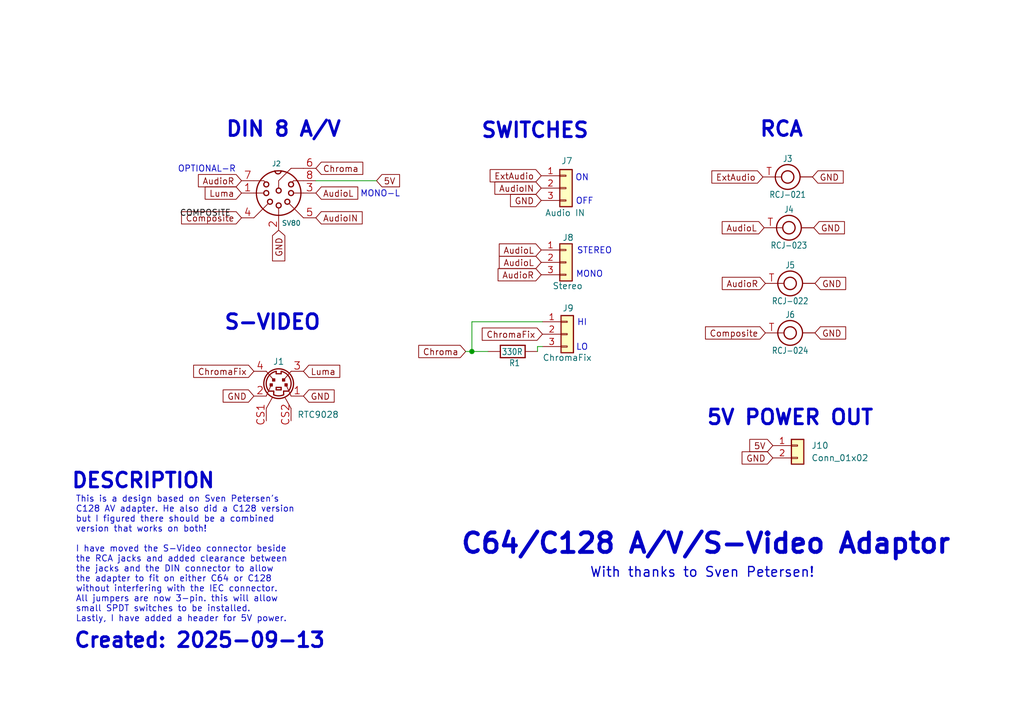
<source format=kicad_sch>
(kicad_sch (version 20250114) (generator "eeschema") (generator_version "9.0")
  (paper "A5")
  (title_block (date "2025-09-13"))
  (lib_symbols
    (symbol "C64_AV-Adaptor-eagle-import:RCJ-02X"
      (property "Reference" "J" (at 0 3.048 0))
      (symbol "RCJ-02X_1_0"
        (polyline (pts (xy -1.27 0) (xy -2.54 0)) (stroke (width 0.1524)))
        (circle (center 0 0) (radius 1.27) (stroke (width 0.254)))
        (circle (center 0 0) (radius 2.54) (stroke (width 0.254)))
        (pin bidirectional line (at -5.08 0 0) (length 2.54) (name "T") (number "T"))
        (pin bidirectional line (at 5.08 0 180) (length 2.54) (name "R") (number "R1"))
        (pin bidirectional line (at 5.08 0 180) (length 2.54) (name "R") (number "R2"))
      )
    )
    (symbol "C64_AV-Adaptor-eagle-import:RES04"
      (property "Reference" "R" (at -2.54 1.905 0))
      (symbol "RES04_1_0"
        (polyline (pts (xy -2.54 1.27) (xy -2.54 -1.27)) (stroke (width 0.254)))
        (polyline (pts (xy -2.54 -1.27) (xy 2.54 -1.27)) (stroke (width 0.254)))
        (polyline (pts (xy 2.54 1.27) (xy -2.54 1.27)) (stroke (width 0.254)))
        (polyline (pts (xy 2.54 -1.27) (xy 2.54 1.27)) (stroke (width 0.254)))
        (pin passive line (at -5.08 0 0) (length 2.54) (name "1") (number "1"))
        (pin passive line (at 5.08 0 180) (length 2.54) (name "2") (number "2"))
      )
    )
    (symbol "C64_AV-Adaptor-eagle-import:RTC9028"
      (property "Reference" "J" (at 0 3.81 0))
      (symbol "RTC9028_1_0"
        (polyline (pts (xy -2.54 2.54) (xy -1.016 0.762)) (stroke (width 0.1524)))
        (polyline (pts (xy -2.54 -2.54) (xy -1.524 -0.254)) (stroke (width 0.1524)))
        (polyline (pts (xy -2.54 -5.08) (xy -1.27 -2.794)) (stroke (width 0.1524)))
        (rectangle (start -1.778 -0.508) (end -1.27 0) (fill (type outline)))
        (rectangle (start -1.27 0.508) (end -0.762 1.016) (fill (type outline)))
        (polyline (pts (xy -1.016 -1.524) (xy -2.032 -1.524)) (stroke (width 0.254)))
        (polyline (pts (xy -1.016 -1.778) (xy -1.016 -1.524)) (stroke (width 0.254)))
        (polyline (pts (xy -1.016 -2.286) (xy -1.016 -1.778)) (stroke (width 0.254)))
        (polyline (pts (xy -0.508 2.032) (xy -0.508 2.54)) (stroke (width 0.254)))
        (polyline (pts (xy -0.508 2.032) (xy 0.508 2.032)) (stroke (width 0.254)))
        (polyline (pts (xy -0.508 -0.762) (xy -0.508 -1.27)) (stroke (width 0.254)))
        (polyline (pts (xy -0.508 -1.27) (xy 0.508 -1.27)) (stroke (width 0.254)))
        (arc (start 0.508 2.5399) (mid 2.3912 0.9284) (end 2.032 -1.524) (stroke (width 0.254)))
        (arc (start 1.016 -2.286) (mid 0 -2.5016) (end -1.016 -2.286) (stroke (width 0.254)))
        (circle (center 0 0) (radius 3.048) (stroke (width 0.254)))
        (arc (start -2.032 -1.524) (mid -2.3912 0.9284) (end -0.508 2.5399) (stroke (width 0.254)))
        (polyline (pts (xy 0.508 2.032) (xy 0.508 2.54)) (stroke (width 0.254)))
        (polyline (pts (xy 0.508 -0.762) (xy -0.508 -0.762)) (stroke (width 0.254)))
        (polyline (pts (xy 0.508 -1.27) (xy 0.508 -0.762)) (stroke (width 0.254)))
        (rectangle (start 0.762 0.508) (end 1.27 1.016) (fill (type outline)))
        (polyline (pts (xy 1.016 -1.524) (xy 2.032 -1.524)) (stroke (width 0.254)))
        (polyline (pts (xy 1.016 -2.286) (xy 1.016 -1.524)) (stroke (width 0.254)))
        (rectangle (start 1.27 -0.508) (end 1.778 0) (fill (type outline)))
        (polyline (pts (xy 2.54 2.54) (xy 1.016 0.762)) (stroke (width 0.1524)))
        (polyline (pts (xy 2.54 -2.54) (xy 1.524 -0.254)) (stroke (width 0.1524)))
        (polyline (pts (xy 2.54 -5.08) (xy 1.27 -2.794)) (stroke (width 0.1524)))
        (pin bidirectional line (at -5.08 2.54 0) (length 2.54) (name "4") (number "4"))
        (pin bidirectional line (at -5.08 -2.54 0) (length 2.54) (name "2") (number "2"))
        (pin bidirectional line (at -2.54 -7.62 90) (length 2.54) (name "CS1") (number "CS1"))
        (pin bidirectional line (at 2.54 -7.62 90) (length 2.54) (name "CS2") (number "CS2"))
        (pin bidirectional line (at 5.08 2.54 180) (length 2.54) (name "3") (number "3"))
        (pin bidirectional line (at 5.08 -2.54 180) (length 2.54) (name "1") (number "1"))
      )
    )
    (symbol "C64_AV-Adaptor-eagle-import:SV80"
      (property "Reference" "J" (at 2.54 -5.588 0))
      (symbol "SV80_1_0"
        (polyline (pts (xy -5.08 5.08) (xy -2.286 2.286)) (stroke (width 0.1524)))
        (polyline (pts (xy -5.08 0) (xy -3.048 0)) (stroke (width 0.1524)))
        (polyline (pts (xy -5.08 -2.54) (xy -3.048 -2.54)) (stroke (width 0.1524)))
        (polyline (pts (xy -3.048 -2.54) (xy -2.794 -2.286)) (stroke (width 0.1524)))
        (circle (center -2.54 0) (radius 0.508) (stroke (width 0.254)))
        (circle (center -2.54 -1.778) (radius 0.508) (stroke (width 0.254)))
        (polyline (pts (xy -2.54 -5.08) (xy -5.08 -5.08)) (stroke (width 0.1524)))
        (circle (center -1.778 1.778) (radius 0.508) (stroke (width 0.254)))
        (polyline (pts (xy 0 5.08) (xy 0 3.048)) (stroke (width 0.1524)))
        (circle (center 0 2.54) (radius 0.508) (stroke (width 0.254)))
        (circle (center 0 0) (radius 4.572) (stroke (width 0.254)))
        (circle (center 0 -0.508) (radius 0.508) (stroke (width 0.254)))
        (polyline (pts (xy 0 -2.54) (xy -2.54 -5.08)) (stroke (width 0.1524)))
        (polyline (pts (xy 0 -2.54) (xy 0 -1.016)) (stroke (width 0.1524)))
        (arc (start -0.508 -4.572) (mid 0.127 -3.937) (end 0.762 -4.572) (stroke (width 0.254)))
        (circle (center 1.778 1.778) (radius 0.508) (stroke (width 0.254)))
        (polyline (pts (xy 2.286 2.286) (xy 5.08 5.08)) (stroke (width 0.1524)))
        (circle (center 2.54 0) (radius 0.508) (stroke (width 0.254)))
        (circle (center 2.54 -1.778) (radius 0.508) (stroke (width 0.254)))
        (polyline (pts (xy 3.048 -2.54) (xy 2.794 -2.286)) (stroke (width 0.1524)))
        (polyline (pts (xy 5.08 0) (xy 3.048 0)) (stroke (width 0.1524)))
        (polyline (pts (xy 5.08 -2.54) (xy 3.048 -2.54)) (stroke (width 0.1524)))
        (pin bidirectional line (at -7.62 5.08 0) (length 2.54) (name "5") (number "5"))
        (pin bidirectional line (at -7.62 0 0) (length 2.54) (name "3") (number "3"))
        (pin bidirectional line (at -7.62 -2.54 0) (length 2.54) (name "8") (number "8"))
        (pin bidirectional line (at -7.62 -5.08 0) (length 2.54) (name "6") (number "6"))
        (pin bidirectional line (at 0 7.62 270) (length 2.54) (name "2") (number "2"))
        (pin bidirectional line (at 7.62 5.08 180) (length 2.54) (name "4") (number "4"))
        (pin bidirectional line (at 7.62 0 180) (length 2.54) (name "1") (number "1"))
        (pin bidirectional line (at 7.62 -2.54 180) (length 2.54) (name "7") (number "7"))
      )
    )
    (symbol "Connector_Generic:Conn_01x02" (pin_names (offset 1.016) (hide yes))
      (property "Reference" "J" (at 0 2.54 0))
      (property "Value" "Conn_01x02" (at 0 -5.08 0))
      (symbol "Conn_01x02_1_1"
        (rectangle (start -1.27 1.27) (end 1.27 -3.81) (stroke (width 0.254)) (fill (type background)))
        (rectangle (start -1.27 0.127) (end 0 -0.127) (stroke (width 0.1524)))
        (rectangle (start -1.27 -2.413) (end 0 -2.667) (stroke (width 0.1524)))
        (pin passive line (at -5.08 0 0) (length 3.81) (name "Pin_1") (number "1"))
        (pin passive line (at -5.08 -2.54 0) (length 3.81) (name "Pin_2") (number "2"))
      )
    )
    (symbol "Connector_Generic:Conn_01x03" (pin_names (offset 1.016) (hide yes))
      (property "Reference" "J" (at 0 5.08 0))
      (property "Value" "Conn_01x03" (at 0 -5.08 0))
      (symbol "Conn_01x03_1_1"
        (rectangle (start -1.27 3.81) (end 1.27 -3.81) (stroke (width 0.254)) (fill (type background)))
        (rectangle (start -1.27 2.667) (end 0 2.413) (stroke (width 0.1524)))
        (rectangle (start -1.27 0.127) (end 0 -0.127) (stroke (width 0.1524)))
        (rectangle (start -1.27 -2.413) (end 0 -2.667) (stroke (width 0.1524)))
        (pin passive line (at -5.08 2.54 0) (length 3.81) (name "Pin_1") (number "1"))
        (pin passive line (at -5.08 0 0) (length 3.81) (name "Pin_2") (number "2"))
        (pin passive line (at -5.08 -2.54 0) (length 3.81) (name "Pin_3") (number "3"))
      )
    )
  )
  (text "OPTIONAL-R" (at 42.418 34.798 0) (effects (font (size 1.27 1.27))))
  (text "HI" (at 119.38 66.294 0) (effects (font (size 1.27 1.27))))
  (text "C64/C128 A/V/S-Video Adaptor" (at 94.234 114.046 0) (effects (font (size 4 4) (thickness 0.8) (bold yes)) (justify left bottom)))
  (text "This is a design based on Sven Petersen's\nC128 AV adapter. He also did a C128 version\nbut I figured there should be a combined\nversion that works on both!\n\nI have moved the S-Video connector beside\nthe RCA jacks and added clearance between\nthe jacks and the DIN connector to allow\nthe adapter to fit on either C64 or C128\nwithout interfering with the IEC connector.\nAll jumpers are now 3-pin. this will allow\nsmall SPDT switches to be installed.\nLastly, I have added a header for 5V power." (at 15.494 114.808 0) (effects (font (size 1.27 1.27)) (justify left)))
  (text "MONO" (at 120.904 56.388 0) (effects (font (size 1.27 1.27))))
  (text "5V POWER OUT" (at 162.052 85.852 0) (effects (font (size 3 3) (thickness 0.6) (bold yes))))
  (text "ON" (at 119.38 36.576 0) (effects (font (size 1.27 1.27))))
  (text "OFF\n" (at 119.888 41.402 0) (effects (font (size 1.27 1.27))))
  (text "RCA" (at 160.274 26.67 0) (effects (font (size 3 3) (thickness 0.6) (bold yes))))
  (text "MONO-L" (at 77.978 39.878 0) (effects (font (size 1.27 1.27))))
  (text "SWITCHES" (at 109.728 26.924 0) (effects (font (size 3 3) (thickness 0.6) (bold yes))))
  (text "DIN 8 A/V" (at 58.166 26.67 0) (effects (font (size 3 3) (thickness 0.6) (bold yes))))
  (text "Created: 2025-09-13" (at 14.986 131.572 0) (effects (font (size 3 3) (thickness 0.6) (bold yes)) (justify left)))
  (text "STEREO" (at 121.92 51.562 0) (effects (font (size 1.27 1.27))))
  (text "LO" (at 119.38 71.374 0) (effects (font (size 1.27 1.27))))
  (text "With thanks to Sven Petersen!" (at 120.904 117.602 0) (effects (font (size 2 2) (thickness 0.25)) (justify left)))
  (text "DESCRIPTION" (at 14.478 98.806 0) (effects (font (size 3 3) (thickness 0.6) (bold yes)) (justify left)))
  (text "S-VIDEO" (at 55.88 66.294 0) (effects (font (size 3 3) (thickness 0.6) (bold yes))))
  (junction (at 96.774 72.136))
  (wire (pts (xy 110.236 71.12) (xy 110.236 72.136)))
  (wire (pts (xy 111.252 66.04) (xy 96.774 66.04)))
  (wire (pts (xy 110.236 71.12) (xy 111.252 71.12)))
  (wire (pts (xy 95.504 72.136) (xy 96.774 72.136)))
  (wire (pts (xy 96.774 72.136) (xy 100.076 72.136)))
  (wire (pts (xy 77.216 37.084) (xy 64.77 37.084)))
  (wire (pts (xy 96.774 66.04) (xy 96.774 72.136)))
  (label "COMPOSITE" (at 36.83 44.704 0) (effects (font (size 1.2446 1.2446))))
  (global_label "GND" (shape input) (at 158.496 93.98 180) (property "Intersheetrefs" "${INTERSHEET_REFS}" (effects (hide yes))))
  (global_label "GND" (shape input) (at 52.07 81.28 180) (property "Intersheetrefs" "${INTERSHEET_REFS}" (effects (hide yes))))
  (global_label "GND" (shape input) (at 57.15 47.244 270) (property "Intersheetrefs" "${INTERSHEET_REFS}" (effects (hide yes))))
  (global_label "AudioL" (shape input) (at 110.998 51.308 180) (property "Intersheetrefs" "${INTERSHEET_REFS}" (effects (hide yes))))
  (global_label "AudioR" (shape input) (at 156.972 58.166 180) (property "Intersheetrefs" "${INTERSHEET_REFS}" (effects (hide yes))))
  (global_label "GND" (shape input) (at 62.23 81.28 0) (property "Intersheetrefs" "${INTERSHEET_REFS}" (effects (hide yes))))
  (global_label "GND" (shape input) (at 167.132 58.166 0) (property "Intersheetrefs" "${INTERSHEET_REFS}" (effects (hide yes))))
  (global_label "5V" (shape input) (at 158.496 91.44 180) (property "Intersheetrefs" "${INTERSHEET_REFS}" (effects (hide yes))))
  (global_label "GND" (shape input) (at 167.132 68.326 0) (property "Intersheetrefs" "${INTERSHEET_REFS}" (effects (hide yes))))
  (global_label "AudioL" (shape input) (at 110.998 53.848 180) (property "Intersheetrefs" "${INTERSHEET_REFS}" (effects (hide yes))))
  (global_label "ChromaFix" (shape input) (at 111.252 68.58 180) (property "Intersheetrefs" "${INTERSHEET_REFS}" (effects (hide yes))))
  (global_label "GND" (shape input) (at 110.998 41.148 180) (property "Intersheetrefs" "${INTERSHEET_REFS}" (effects (hide yes))))
  (global_label "Composite" (shape input) (at 49.53 44.704 180) (property "Intersheetrefs" "${INTERSHEET_REFS}" (effects (hide yes))))
  (global_label "GND" (shape input) (at 166.624 36.322 0) (property "Intersheetrefs" "${INTERSHEET_REFS}" (effects (hide yes))))
  (global_label "ChromaFix" (shape input) (at 52.07 76.2 180) (property "Intersheetrefs" "${INTERSHEET_REFS}" (effects (hide yes))))
  (global_label "Chroma" (shape input) (at 64.77 34.544 0) (property "Intersheetrefs" "${INTERSHEET_REFS}" (effects (hide yes))))
  (global_label "Luma" (shape input) (at 62.23 76.2 0) (property "Intersheetrefs" "${INTERSHEET_REFS}" (effects (hide yes))))
  (global_label "AudioIN" (shape input) (at 64.77 44.704 0) (property "Intersheetrefs" "${INTERSHEET_REFS}" (effects (hide yes))))
  (global_label "ExtAudio" (shape input) (at 110.998 36.068 180) (property "Intersheetrefs" "${INTERSHEET_REFS}" (effects (hide yes))))
  (global_label "Luma" (shape input) (at 49.53 39.624 180) (property "Intersheetrefs" "${INTERSHEET_REFS}" (effects (hide yes))))
  (global_label "5V" (shape input) (at 77.216 37.084 0) (property "Intersheetrefs" "${INTERSHEET_REFS}" (effects (hide yes))))
  (global_label "AudioR" (shape input) (at 110.998 56.388 180) (property "Intersheetrefs" "${INTERSHEET_REFS}" (effects (hide yes))))
  (global_label "AudioL" (shape input) (at 156.718 46.736 180) (property "Intersheetrefs" "${INTERSHEET_REFS}" (effects (hide yes))))
  (global_label "AudioR" (shape input) (at 49.53 37.084 180) (property "Intersheetrefs" "${INTERSHEET_REFS}" (effects (hide yes))))
  (global_label "Chroma" (shape input) (at 95.504 72.136 180) (property "Intersheetrefs" "${INTERSHEET_REFS}" (effects (hide yes))))
  (global_label "ExtAudio" (shape input) (at 156.464 36.322 180) (property "Intersheetrefs" "${INTERSHEET_REFS}" (effects (hide yes))))
  (global_label "AudioL" (shape input) (at 64.77 39.624 0) (property "Intersheetrefs" "${INTERSHEET_REFS}" (effects (hide yes))))
  (global_label "Composite" (shape input) (at 156.972 68.326 180) (property "Intersheetrefs" "${INTERSHEET_REFS}" (effects (hide yes))))
  (global_label "GND" (shape input) (at 166.878 46.736 0) (property "Intersheetrefs" "${INTERSHEET_REFS}" (effects (hide yes))))
  (global_label "AudioIN" (shape input) (at 110.998 38.608 180) (property "Intersheetrefs" "${INTERSHEET_REFS}" (effects (hide yes))))
  (symbol (lib_id "C64_AV-Adaptor-eagle-import:RTC9028") (at 57.15 78.74 0) (unit 1)
    (property "Reference" "J1" (at 57.15 74.93 0) (effects (justify bottom)))
    (property "Value" "RTC9028" (at 60.96 85.09 0) (effects (justify left)))
    (property "Footprint" "C64_AV-Adaptor:MINIDIN4_V" (effects (hide yes)))
  )
  (symbol (lib_id "Connector_Generic:Conn_01x03") (at 116.078 53.848 0) (unit 1)
    (property "Reference" "J8" (at 115.316 48.768 0) (effects (justify left)))
    (property "Value" "Stereo" (at 113.284 58.674 0) (effects (justify left)))
    (property "Footprint" "Connector_PinHeader_2.54mm:PinHeader_1x03_P2.54mm_Vertical" (effects (hide yes)))
    (property "Description" "Generic connector, single row, 01x03, script generated (kicad-library-utils/schlib/autogen/connector/)" (effects (hide yes)))
  )
  (symbol (lib_id "C64_AV-Adaptor-eagle-import:RCJ-02X") (at 162.052 58.166 0) (unit 1)
    (property "Reference" "J5" (at 162.052 55.118 0) (effects (font (size 1.27 1.0795)) (justify bottom)))
    (property "Value" "RCJ-022" (at 162.052 62.484 0) (effects (font (size 1.27 1.0795)) (justify bottom)))
    (property "Footprint" "C64_AV-Adaptor:RCJ-02X" (effects (hide yes)))
  )
  (symbol (lib_id "C64_AV-Adaptor-eagle-import:SV80") (at 57.15 39.624 180) (unit 1)
    (property "Reference" "J2" (at 57.658 33.02 0) (effects (font (size 1.016 1.016)) (justify left bottom)))
    (property "Value" "SV80" (at 61.722 45.212 0) (effects (font (size 1.016 1.016)) (justify left bottom)))
    (property "Footprint" "C64_AV-Adaptor:SV80_INNER" (effects (hide yes)))
  )
  (symbol (lib_id "C64_AV-Adaptor-eagle-import:RCJ-02X") (at 161.544 36.322 0) (unit 1)
    (property "Reference" "J3" (at 161.544 33.274 0) (effects (font (size 1.27 1.0795)) (justify bottom)))
    (property "Value" "RCJ-021" (at 161.544 40.64 0) (effects (font (size 1.27 1.0795)) (justify bottom)))
    (property "Footprint" "C64_AV-Adaptor:RCJ-02X" (effects (hide yes)))
  )
  (symbol (lib_id "Connector_Generic:Conn_01x03") (at 116.332 68.58 0) (unit 1)
    (property "Reference" "J9" (at 115.316 63.246 0) (effects (justify left)))
    (property "Value" "ChromaFix" (at 111.252 73.406 0) (effects (justify left)))
    (property "Footprint" "Connector_PinHeader_2.54mm:PinHeader_1x03_P2.54mm_Vertical" (effects (hide yes)))
    (property "Description" "Generic connector, single row, 01x03, script generated (kicad-library-utils/schlib/autogen/connector/)" (effects (hide yes)))
  )
  (symbol (lib_id "Connector_Generic:Conn_01x02") (at 163.576 91.44 0) (unit 1)
    (property "Reference" "J10" (at 166.37 91.4399 0) (effects (justify left)))
    (property "Value" "Conn_01x02" (at 166.37 93.9799 0) (effects (justify left)))
    (property "Footprint" "Connector_PinHeader_2.54mm:PinHeader_1x02_P2.54mm_Vertical" (effects (hide yes)))
    (property "Description" "Generic connector, single row, 01x02, script generated (kicad-library-utils/schlib/autogen/connector/)" (effects (hide yes)))
  )
  (symbol (lib_id "C64_AV-Adaptor-eagle-import:RES04") (at 105.156 72.136 0) (unit 1)
    (property "Reference" "R1" (at 104.394 75.184 0) (effects (font (size 1.27 1.0795)) (justify left bottom)))
    (property "Value" "330R" (at 102.87 72.898 0) (effects (font (size 1.27 1.0795)) (justify left bottom)))
    (property "Footprint" "C64_AV-Adaptor:R-10" (effects (hide yes)))
  )
  (symbol (lib_id "Connector_Generic:Conn_01x03") (at 116.078 38.608 0) (unit 1)
    (property "Reference" "J7" (at 115.062 33.02 0) (effects (justify left)))
    (property "Value" "Audio IN" (at 111.76 43.688 0) (effects (justify left)))
    (property "Footprint" "Connector_PinHeader_2.54mm:PinHeader_1x03_P2.54mm_Vertical" (effects (hide yes)))
    (property "Description" "Generic connector, single row, 01x03, script generated (kicad-library-utils/schlib/autogen/connector/)" (effects (hide yes)))
  )
  (symbol (lib_id "C64_AV-Adaptor-eagle-import:RCJ-02X") (at 161.798 46.736 0) (unit 1)
    (property "Reference" "J4" (at 161.798 43.688 0) (effects (font (size 1.27 1.0795)) (justify bottom)))
    (property "Value" "RCJ-023" (at 161.798 51.054 0) (effects (font (size 1.27 1.0795)) (justify bottom)))
    (property "Footprint" "C64_AV-Adaptor:RCJ-02X" (effects (hide yes)))
  )
  (symbol (lib_id "C64_AV-Adaptor-eagle-import:RCJ-02X") (at 162.052 68.326 0) (unit 1)
    (property "Reference" "J6" (at 162.052 65.278 0) (effects (font (size 1.27 1.0795)) (justify bottom)))
    (property "Value" "RCJ-024" (at 162.052 72.644 0) (effects (font (size 1.27 1.0795)) (justify bottom)))
    (property "Footprint" "C64_AV-Adaptor:RCJ-02X" (effects (hide yes)))
  )
)
</source>
